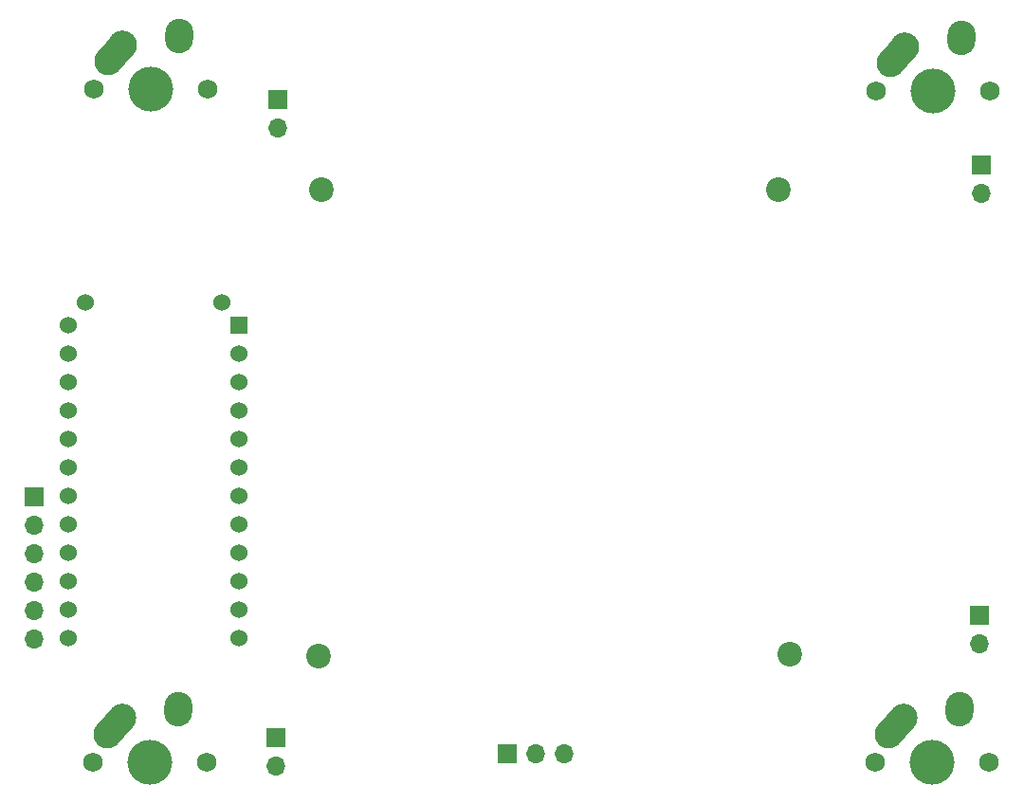
<source format=gbr>
%TF.GenerationSoftware,KiCad,Pcbnew,(6.0.1)*%
%TF.CreationDate,2022-07-08T00:12:44-07:00*%
%TF.ProjectId,OpenEx Rev2,4f70656e-4578-4205-9265-76322e6b6963,rev?*%
%TF.SameCoordinates,Original*%
%TF.FileFunction,Soldermask,Bot*%
%TF.FilePolarity,Negative*%
%FSLAX46Y46*%
G04 Gerber Fmt 4.6, Leading zero omitted, Abs format (unit mm)*
G04 Created by KiCad (PCBNEW (6.0.1)) date 2022-07-08 00:12:44*
%MOMM*%
%LPD*%
G01*
G04 APERTURE LIST*
G04 Aperture macros list*
%AMHorizOval*
0 Thick line with rounded ends*
0 $1 width*
0 $2 $3 position (X,Y) of the first rounded end (center of the circle)*
0 $4 $5 position (X,Y) of the second rounded end (center of the circle)*
0 Add line between two ends*
20,1,$1,$2,$3,$4,$5,0*
0 Add two circle primitives to create the rounded ends*
1,1,$1,$2,$3*
1,1,$1,$4,$5*%
G04 Aperture macros list end*
%ADD10R,1.700000X1.700000*%
%ADD11O,1.700000X1.700000*%
%ADD12C,2.200000*%
%ADD13C,1.750000*%
%ADD14C,4.000000*%
%ADD15HorizOval,2.500000X0.656270X0.728862X-0.656270X-0.728862X0*%
%ADD16C,2.500000*%
%ADD17HorizOval,2.500000X0.020277X0.289981X-0.020277X-0.289981X0*%
%ADD18C,1.524000*%
%ADD19R,1.524000X1.524000*%
G04 APERTURE END LIST*
D10*
%TO.C,REF\u002A\u002A*%
X73761600Y-96418400D03*
D11*
X73761600Y-98958400D03*
X73761600Y-101498400D03*
X73761600Y-104038400D03*
X73761600Y-106578400D03*
X73761600Y-109118400D03*
%TD*%
D12*
%TO.C,REF\u002A\u002A*%
X99415600Y-69024127D03*
%TD*%
%TO.C,REF\u002A\u002A*%
X141224000Y-110476927D03*
%TD*%
D13*
%TO.C,REF\u002A\u002A*%
X79095600Y-60045600D03*
X89255600Y-60045600D03*
D14*
X84175600Y-60045600D03*
D15*
X81021869Y-56776740D03*
D16*
X81675600Y-56045600D03*
D17*
X86695600Y-55255600D03*
%TD*%
D10*
%TO.C,REF\u002A\u002A*%
X95554800Y-60960000D03*
D11*
X95554800Y-63500000D03*
%TD*%
D10*
%TO.C,REF\u002A\u002A*%
X116027200Y-119329200D03*
D11*
X118567200Y-119329200D03*
X121107200Y-119329200D03*
%TD*%
D12*
%TO.C,REF\u002A\u002A*%
X99161600Y-110629327D03*
%TD*%
D10*
%TO.C,REF\u002A\u002A*%
X158343600Y-66751200D03*
D11*
X158343600Y-69291200D03*
%TD*%
D13*
%TO.C,REF\u002A\u002A*%
X89204800Y-120142000D03*
D14*
X84124800Y-120142000D03*
D13*
X79044800Y-120142000D03*
D15*
X80971069Y-116873140D03*
D16*
X81624800Y-116142000D03*
D17*
X86644800Y-115352000D03*
%TD*%
D12*
%TO.C,REF\u002A\u002A*%
X140258800Y-69024127D03*
%TD*%
D10*
%TO.C,REF\u002A\u002A*%
X95402400Y-117906800D03*
D11*
X95402400Y-120446800D03*
%TD*%
D13*
%TO.C,REF\u002A\u002A*%
X159105600Y-60198000D03*
D14*
X154025600Y-60198000D03*
D13*
X148945600Y-60198000D03*
D16*
X151525600Y-56198000D03*
D15*
X150871869Y-56929140D03*
D17*
X156545600Y-55408000D03*
%TD*%
D13*
%TO.C,REF\u002A\u002A*%
X159004000Y-120142000D03*
D14*
X153924000Y-120142000D03*
D13*
X148844000Y-120142000D03*
D16*
X151424000Y-116142000D03*
D15*
X150770269Y-116873140D03*
D17*
X156444000Y-115352000D03*
%TD*%
D10*
%TO.C,REF\u002A\u002A*%
X158191200Y-106984800D03*
D11*
X158191200Y-109524800D03*
%TD*%
D18*
%TO.C,U1*%
X90525600Y-79101150D03*
D19*
X92049600Y-81133150D03*
D18*
X92049600Y-83673150D03*
X92049600Y-86213150D03*
X92049600Y-88753150D03*
X92049600Y-91293150D03*
X92049600Y-93833150D03*
X92049600Y-96373150D03*
X92049600Y-98913150D03*
X92049600Y-101453150D03*
X92049600Y-103993150D03*
X92049600Y-106533150D03*
X92049600Y-109073150D03*
X76809600Y-109073150D03*
X76809600Y-106533150D03*
X76809600Y-103993150D03*
X76809600Y-101453150D03*
X76809600Y-98913150D03*
X76809600Y-96373150D03*
X76809600Y-93833150D03*
X76809600Y-91293150D03*
X76809600Y-88753150D03*
X76809600Y-86213150D03*
X76809600Y-83673150D03*
X76809600Y-81133150D03*
X78333600Y-79101150D03*
%TD*%
M02*

</source>
